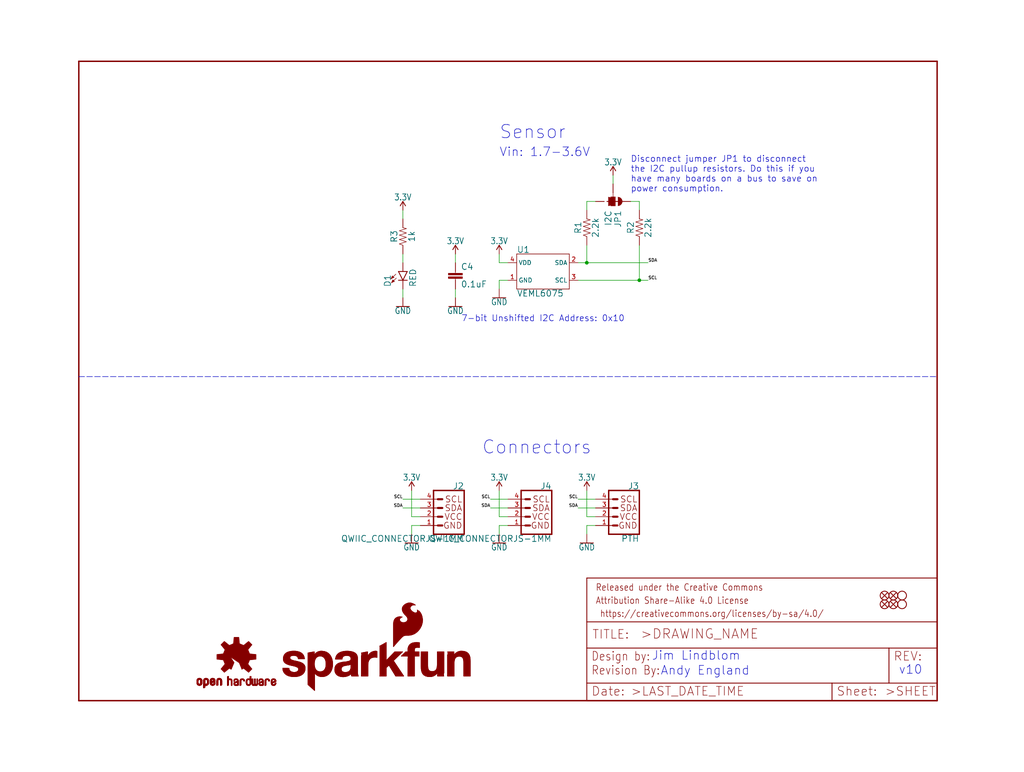
<source format=kicad_sch>
(kicad_sch (version 20211123) (generator eeschema)
  (paper "User" 297.002 223.926)
  (lib_symbols
    (symbol "schematicEagle-eagle-import:0.1UF-0603-25V-(+80{slash}-20%)"
      (property "Reference" "C" (at 1.524 2.921 0))
      (property "Value" "0.1UF-0603-25V-(+80{slash}-20%)" (at 1.524 -2.159 0))
      (symbol "0.1UF-0603-25V-(+80{slash}-20%)_1_0"
        (pin passive line (at 0 5.08 270) (length 2.54) (name "1") (number "1"))
        (pin passive line (at 0 -2.54 90) (length 2.54) (name "2") (number "2"))
      )
    )
    (symbol "schematicEagle-eagle-import:1KOHM-0603-1{slash}10W-1%"
      (property "Reference" "R" (at 0 1.524 0))
      (property "Value" "1KOHM-0603-1{slash}10W-1%" (at 0 -1.524 0))
      (symbol "1KOHM-0603-1{slash}10W-1%_1_0"
        (pin passive line (at -5.08 0 0) (length 2.54) (name "1") (number "1"))
        (pin passive line (at 5.08 0 180) (length 2.54) (name "2") (number "2"))
      )
    )
    (symbol "schematicEagle-eagle-import:2.2KOHM-0603-1{slash}10W-1%"
      (property "Reference" "R" (at 0 1.524 0))
      (property "Value" "2.2KOHM-0603-1{slash}10W-1%" (at 0 -1.524 0))
      (symbol "2.2KOHM-0603-1{slash}10W-1%_1_0"
        (pin passive line (at -5.08 0 0) (length 2.54) (name "1") (number "1"))
        (pin passive line (at 5.08 0 180) (length 2.54) (name "2") (number "2"))
      )
    )
    (symbol "schematicEagle-eagle-import:3.3V" (power)
      (property "Value" "3.3V" (at 0 2.794 0))
      (symbol "3.3V_1_0"
        (pin power_in line (at 0 0 90) (length 2.54) (name "3.3V") (number "1"))
      )
    )
    (symbol "schematicEagle-eagle-import:FIDUCIALUFIDUCIAL")
    (symbol "schematicEagle-eagle-import:FRAME-LETTER"
      (symbol "FRAME-LETTER_2_0"
        (text " https://creativecommons.org/licenses/by-sa/4.0/" (at 2.54 24.13 0) (effects (font (size 1.9304 1.6408)) (justify left bottom)))
        (text ">DRAWING_NAME" (at 15.494 17.78 0) (effects (font (size 2.7432 2.7432)) (justify left bottom)))
        (text ">LAST_DATE_TIME" (at 12.7 1.27 0) (effects (font (size 2.54 2.54)) (justify left bottom)))
        (text ">SHEET" (at 86.36 1.27 0) (effects (font (size 2.54 2.54)) (justify left bottom)))
        (text "Attribution Share-Alike 4.0 License" (at 2.54 27.94 0) (effects (font (size 1.9304 1.6408)) (justify left bottom)))
        (text "Date:" (at 1.27 1.27 0) (effects (font (size 2.54 2.54)) (justify left bottom)))
        (text "Design by:" (at 1.27 11.43 0) (effects (font (size 2.54 2.159)) (justify left bottom)))
        (text "Released under the Creative Commons" (at 2.54 31.75 0) (effects (font (size 1.9304 1.6408)) (justify left bottom)))
        (text "REV:" (at 88.9 11.43 0) (effects (font (size 2.54 2.54)) (justify left bottom)))
        (text "Sheet:" (at 72.39 1.27 0) (effects (font (size 2.54 2.54)) (justify left bottom)))
        (text "TITLE:" (at 1.524 17.78 0) (effects (font (size 2.54 2.54)) (justify left bottom)))
      )
    )
    (symbol "schematicEagle-eagle-import:GND" (power)
      (property "Value" "GND" (at 0 -0.254 0))
      (symbol "GND_1_0"
        (pin power_in line (at 0 2.54 270) (length 2.54) (name "GND") (number "1"))
      )
    )
    (symbol "schematicEagle-eagle-import:I2C_STANDARD_NO_SILK"
      (property "Reference" "J" (at -5.08 7.874 0))
      (property "Value" "I2C_STANDARD_NO_SILK" (at -5.08 -5.334 0))
      (symbol "I2C_STANDARD_NO_SILK_1_0"
        (text "GND" (at -4.572 -2.54 0) (effects (font (size 1.778 1.778)) (justify left)))
        (text "SCL" (at -4.572 5.08 0) (effects (font (size 1.778 1.778)) (justify left)))
        (text "SDA" (at -4.572 2.54 0) (effects (font (size 1.778 1.778)) (justify left)))
        (text "VCC" (at -4.572 0 0) (effects (font (size 1.778 1.778)) (justify left)))
        (pin power_in line (at 7.62 -2.54 180) (length 5.08) (name "GND") (number "1"))
        (pin power_in line (at 7.62 0 180) (length 5.08) (name "VCC") (number "2"))
        (pin passive line (at 7.62 2.54 180) (length 5.08) (name "SDA") (number "3"))
        (pin passive line (at 7.62 5.08 180) (length 5.08) (name "SCL") (number "4"))
      )
    )
    (symbol "schematicEagle-eagle-import:JUMPER-SMT_3_2-NC_TRACE_SILK"
      (property "Reference" "JP" (at 2.54 0.381 0))
      (property "Value" "JUMPER-SMT_3_2-NC_TRACE_SILK" (at 2.54 -0.381 0))
      (symbol "JUMPER-SMT_3_2-NC_TRACE_SILK_1_0"
        (pin passive line (at 0 5.08 270) (length 2.54) (name "1") (number "1"))
        (pin passive line (at -5.08 0 0) (length 2.54) (name "2") (number "2"))
        (pin passive line (at 0 -5.08 90) (length 2.54) (name "3") (number "3"))
      )
    )
    (symbol "schematicEagle-eagle-import:LED-RED0603"
      (property "Reference" "D" (at -3.429 -4.572 90))
      (property "Value" "LED-RED0603" (at 1.905 -4.572 90))
      (symbol "LED-RED0603_1_0"
        (pin passive line (at 0 2.54 270) (length 2.54) (name "A") (number "A"))
        (pin passive line (at 0 -5.08 90) (length 2.54) (name "C") (number "C"))
      )
    )
    (symbol "schematicEagle-eagle-import:OSHW-LOGOMINI")
    (symbol "schematicEagle-eagle-import:QWIIC_CONNECTORJS-1MM"
      (property "Reference" "J" (at -5.08 7.874 0))
      (property "Value" "QWIIC_CONNECTORJS-1MM" (at -5.08 -5.334 0))
      (symbol "QWIIC_CONNECTORJS-1MM_1_0"
        (text "GND" (at -4.572 -2.54 0) (effects (font (size 1.778 1.778)) (justify left)))
        (text "SCL" (at -4.572 5.08 0) (effects (font (size 1.778 1.778)) (justify left)))
        (text "SDA" (at -4.572 2.54 0) (effects (font (size 1.778 1.778)) (justify left)))
        (text "VCC" (at -4.572 0 0) (effects (font (size 1.778 1.778)) (justify left)))
        (pin power_in line (at 7.62 -2.54 180) (length 5.08) (name "1") (number "1"))
        (pin power_in line (at 7.62 0 180) (length 5.08) (name "2") (number "2"))
        (pin passive line (at 7.62 2.54 180) (length 5.08) (name "3") (number "3"))
        (pin passive line (at 7.62 5.08 180) (length 5.08) (name "4") (number "4"))
      )
    )
    (symbol "schematicEagle-eagle-import:REVISION"
      (symbol "REVISION_1_0"
        (text "Revision By: " (at 0 0 0) (effects (font (size 2.54 2.159)) (justify left bottom)))
      )
    )
    (symbol "schematicEagle-eagle-import:SFE_LOGO_NAME_FLAME.1_INCH")
    (symbol "schematicEagle-eagle-import:STAND-OFF")
    (symbol "schematicEagle-eagle-import:VEML6075"
      (property "Reference" "U" (at -7.62 5.334 0))
      (property "Value" "VEML6075" (at -7.62 -5.334 0))
      (symbol "VEML6075_1_0"
        (pin bidirectional line (at -10.16 -2.54 0) (length 2.54) (name "GND") (number "1"))
        (pin bidirectional line (at 10.16 2.54 180) (length 2.54) (name "SDA") (number "2"))
        (pin bidirectional line (at 10.16 -2.54 180) (length 2.54) (name "SCL") (number "3"))
        (pin bidirectional line (at -10.16 2.54 0) (length 2.54) (name "VDD") (number "4"))
      )
    )
  )
  (junction (at 170.18 76.2))
  (junction (at 185.42 81.28))
  (wire (pts (xy 167.64 76.2) (xy 170.18 76.2)))
  (wire (pts (xy 147.32 144.78) (xy 142.24 144.78)))
  (wire (pts (xy 170.18 76.2) (xy 170.18 71.12)))
  (wire (pts (xy 116.84 76.2) (xy 116.84 73.66)))
  (wire (pts (xy 119.38 152.4) (xy 119.38 154.94)))
  (wire (pts (xy 185.42 58.42) (xy 185.42 60.96)))
  (wire (pts (xy 144.78 81.28) (xy 144.78 83.82)))
  (wire (pts (xy 170.18 152.4) (xy 170.18 154.94)))
  (wire (pts (xy 147.32 147.32) (xy 142.24 147.32)))
  (wire (pts (xy 170.18 76.2) (xy 187.96 76.2)))
  (wire (pts (xy 172.72 144.78) (xy 167.64 144.78)))
  (wire (pts (xy 116.84 63.5) (xy 116.84 60.96)))
  (wire (pts (xy 172.72 149.86) (xy 170.18 149.86)))
  (wire (pts (xy 185.42 81.28) (xy 185.42 71.12)))
  (wire (pts (xy 147.32 152.4) (xy 144.78 152.4)))
  (wire (pts (xy 147.32 149.86) (xy 144.78 149.86)))
  (wire (pts (xy 170.18 149.86) (xy 170.18 142.24)))
  (wire (pts (xy 132.08 86.36) (xy 132.08 83.82)))
  (wire (pts (xy 116.84 86.36) (xy 116.84 83.82)))
  (wire (pts (xy 185.42 81.28) (xy 187.96 81.28)))
  (wire (pts (xy 121.92 149.86) (xy 119.38 149.86)))
  (wire (pts (xy 144.78 152.4) (xy 144.78 154.94)))
  (wire (pts (xy 119.38 149.86) (xy 119.38 142.24)))
  (wire (pts (xy 147.32 76.2) (xy 144.78 76.2)))
  (polyline (pts (xy 22.86 109.22) (xy 271.78 109.22)))
  (wire (pts (xy 172.72 147.32) (xy 167.64 147.32)))
  (wire (pts (xy 121.92 152.4) (xy 119.38 152.4)))
  (wire (pts (xy 144.78 149.86) (xy 144.78 142.24)))
  (wire (pts (xy 170.18 60.96) (xy 170.18 58.42)))
  (wire (pts (xy 182.88 58.42) (xy 185.42 58.42)))
  (wire (pts (xy 177.8 53.34) (xy 177.8 50.8)))
  (wire (pts (xy 132.08 76.2) (xy 132.08 73.66)))
  (wire (pts (xy 144.78 76.2) (xy 144.78 73.66)))
  (wire (pts (xy 121.92 147.32) (xy 116.84 147.32)))
  (wire (pts (xy 172.72 152.4) (xy 170.18 152.4)))
  (wire (pts (xy 167.64 81.28) (xy 185.42 81.28)))
  (wire (pts (xy 147.32 81.28) (xy 144.78 81.28)))
  (wire (pts (xy 170.18 58.42) (xy 172.72 58.42)))
  (wire (pts (xy 121.92 144.78) (xy 116.84 144.78)))
  (text "Jim Lindblom" (at 188.976 191.77 180) (effects (font (size 2.54 2.54)) (justify left bottom)))
  (text "Vin: 1.7-3.6V" (at 144.78 45.72 180) (effects (font (size 2.54 2.54)) (justify left bottom)))
  (text "Sensor" (at 144.78 40.64 180) (effects (font (size 3.81 3.81)) (justify left bottom)))
  (text "Disconnect jumper JP1 to disconnect\nthe I2C pullup resistors. Do this if you\nhave many boards on a bus to save on\npower consumption." (at 182.88 55.88 0) (effects (font (size 1.778 1.778)) (justify left bottom)))
  (text "v10" (at 260.604 195.834 180) (effects (font (size 2.54 2.54)) (justify left bottom)))
  (text "7-bit Unshifted I2C Address: 0x10" (at 157.48 91.44 180) (effects (font (size 1.778 1.778)) (justify top)))
  (text "Connectors" (at 139.7 132.08 180) (effects (font (size 3.81 3.81)) (justify left bottom)))
  (text "Andy England" (at 191.516 196.088 180) (effects (font (size 2.54 2.54)) (justify left bottom)))
  (label "SDA" (at 167.64 147.32 180) (effects (font (size 0.889 0.889))))
  (label "SCL" (at 116.84 144.78 180) (effects (font (size 0.889 0.889))))
  (label "SDA" (at 116.84 147.32 180) (effects (font (size 0.889 0.889))))
  (label "SCL" (at 167.64 144.78 180) (effects (font (size 0.889 0.889))))
  (label "SCL" (at 187.96 81.28 0) (effects (font (size 0.889 0.889))))
  (label "SDA" (at 142.24 147.32 180) (effects (font (size 0.889 0.889))))
  (label "SDA" (at 187.96 76.2 0) (effects (font (size 0.889 0.889))))
  (label "SCL" (at 142.24 144.78 180) (effects (font (size 0.889 0.889))))
  (symbol (lib_id "schematicEagle-eagle-import:GND") (at 116.84 88.9 0) (unit 1)
    (property "Reference" "#GND3" (effects hide))
    (property "Value" "GND" (at 116.84 89.154 0) (effects (font (size 1.778 1.5113)) (justify top)))
    (property "Footprint" "schematicEagle:" (effects hide))
  )
  (symbol (lib_id "schematicEagle-eagle-import:FIDUCIALUFIDUCIAL") (at 256.54 175.26 0) (unit 1)
    (property "Reference" "JP7" (effects hide))
    (property "Value" "FIDUCIALUFIDUCIAL" (effects hide))
    (property "Footprint" "schematicEagle:MICRO-FIDUCIAL" (effects hide))
  )
  (symbol (lib_id "schematicEagle-eagle-import:I2C_STANDARD_NO_SILK") (at 180.34 149.86 0) (mirror y) (unit 1)
    (property "Reference" "J3" (at 185.42 141.986 0) (effects (font (size 1.778 1.778)) (justify left bottom)))
    (property "Value" "PTH" (at 185.42 155.194 0) (effects (font (size 1.778 1.778)) (justify left top)))
    (property "Footprint" "schematicEagle:1X04_NO_SILK" (effects hide))
  )
  (symbol (lib_id "schematicEagle-eagle-import:STAND-OFF") (at 261.62 172.72 0) (unit 1)
    (property "Reference" "JP3" (effects hide))
    (property "Value" "STAND-OFF" (effects hide))
    (property "Footprint" "schematicEagle:STAND-OFF" (effects hide))
  )
  (symbol (lib_id "schematicEagle-eagle-import:1KOHM-0603-1{slash}10W-1%") (at 116.84 68.58 90) (unit 1)
    (property "Reference" "R3" (at 115.316 68.58 0) (effects (font (size 1.778 1.778)) (justify bottom)))
    (property "Value" "1k" (at 118.364 68.58 0) (effects (font (size 1.778 1.778)) (justify top)))
    (property "Footprint" "schematicEagle:0603" (effects hide))
  )
  (symbol (lib_id "schematicEagle-eagle-import:3.3V") (at 119.38 142.24 0) (unit 1)
    (property "Reference" "#SUPPLY4" (effects hide))
    (property "Value" "3.3V" (at 119.38 139.446 0) (effects (font (size 1.778 1.5113)) (justify bottom)))
    (property "Footprint" "schematicEagle:" (effects hide))
  )
  (symbol (lib_id "schematicEagle-eagle-import:SFE_LOGO_NAME_FLAME.1_INCH") (at 81.28 200.66 0) (unit 1)
    (property "Reference" "U$2" (effects hide))
    (property "Value" "SFE_LOGO_NAME_FLAME.1_INCH" (effects hide))
    (property "Footprint" "schematicEagle:SFE_LOGO_NAME_FLAME_.1" (effects hide))
  )
  (symbol (lib_id "schematicEagle-eagle-import:FIDUCIALUFIDUCIAL") (at 259.08 175.26 0) (unit 1)
    (property "Reference" "JP5" (effects hide))
    (property "Value" "FIDUCIALUFIDUCIAL" (effects hide))
    (property "Footprint" "schematicEagle:MICRO-FIDUCIAL" (effects hide))
  )
  (symbol (lib_id "schematicEagle-eagle-import:LED-RED0603") (at 116.84 78.74 0) (unit 1)
    (property "Reference" "D1" (at 113.411 83.312 90) (effects (font (size 1.778 1.778)) (justify left bottom)))
    (property "Value" "RED" (at 118.745 83.312 90) (effects (font (size 1.778 1.778)) (justify left top)))
    (property "Footprint" "schematicEagle:LED-0603" (effects hide))
  )
  (symbol (lib_id "schematicEagle-eagle-import:SFE_LOGO_NAME_FLAME.1_INCH") (at 81.28 200.66 0) (unit 1)
    (property "Reference" "U$1" (effects hide))
    (property "Value" "SFE_LOGO_NAME_FLAME.1_INCH" (effects hide))
    (property "Footprint" "schematicEagle:SFE_LOGO_NAME_FLAME_.1" (effects hide))
  )
  (symbol (lib_id "schematicEagle-eagle-import:QWIIC_CONNECTORJS-1MM") (at 129.54 149.86 0) (mirror y) (unit 1)
    (property "Reference" "J2" (at 134.62 141.986 0) (effects (font (size 1.778 1.778)) (justify left bottom)))
    (property "Value" "QWIIC_CONNECTORJS-1MM" (at 134.62 155.194 0) (effects (font (size 1.778 1.778)) (justify left top)))
    (property "Footprint" "schematicEagle:1X04_1MM_RA" (effects hide))
  )
  (symbol (lib_id "schematicEagle-eagle-import:FRAME-LETTER") (at 170.18 203.2 0) (unit 2)
    (property "Reference" "FRAME1" (effects hide))
    (property "Value" "FRAME-LETTER" (effects hide))
    (property "Footprint" "schematicEagle:CREATIVE_COMMONS" (effects hide))
  )
  (symbol (lib_id "schematicEagle-eagle-import:GND") (at 119.38 157.48 0) (unit 1)
    (property "Reference" "#GND6" (effects hide))
    (property "Value" "GND" (at 119.38 157.734 0) (effects (font (size 1.778 1.5113)) (justify top)))
    (property "Footprint" "schematicEagle:" (effects hide))
  )
  (symbol (lib_id "schematicEagle-eagle-import:0.1UF-0603-25V-(+80{slash}-20%)") (at 132.08 81.28 0) (unit 1)
    (property "Reference" "C4" (at 133.604 78.359 0) (effects (font (size 1.778 1.778)) (justify left bottom)))
    (property "Value" "0.1uF" (at 133.604 83.439 0) (effects (font (size 1.778 1.778)) (justify left bottom)))
    (property "Footprint" "schematicEagle:0603" (effects hide))
  )
  (symbol (lib_id "schematicEagle-eagle-import:FIDUCIALUFIDUCIAL") (at 259.08 172.72 0) (unit 1)
    (property "Reference" "JP6" (effects hide))
    (property "Value" "FIDUCIALUFIDUCIAL" (effects hide))
    (property "Footprint" "schematicEagle:MICRO-FIDUCIAL" (effects hide))
  )
  (symbol (lib_id "schematicEagle-eagle-import:GND") (at 144.78 157.48 0) (unit 1)
    (property "Reference" "#GND8" (effects hide))
    (property "Value" "GND" (at 144.78 157.734 0) (effects (font (size 1.778 1.5113)) (justify top)))
    (property "Footprint" "schematicEagle:" (effects hide))
  )
  (symbol (lib_id "schematicEagle-eagle-import:3.3V") (at 144.78 142.24 0) (unit 1)
    (property "Reference" "#SUPPLY8" (effects hide))
    (property "Value" "3.3V" (at 144.78 139.446 0) (effects (font (size 1.778 1.5113)) (justify bottom)))
    (property "Footprint" "schematicEagle:" (effects hide))
  )
  (symbol (lib_id "schematicEagle-eagle-import:JUMPER-SMT_3_2-NC_TRACE_SILK") (at 177.8 58.42 270) (unit 1)
    (property "Reference" "JP1" (at 178.181 60.96 0) (effects (font (size 1.778 1.778)) (justify left bottom)))
    (property "Value" "I2C" (at 177.419 60.96 0) (effects (font (size 1.778 1.778)) (justify left top)))
    (property "Footprint" "schematicEagle:SMT-JUMPER_3_2-NC_TRACE_SILK" (effects hide))
  )
  (symbol (lib_id "schematicEagle-eagle-import:2.2KOHM-0603-1{slash}10W-1%") (at 185.42 66.04 90) (unit 1)
    (property "Reference" "R2" (at 183.896 66.04 0) (effects (font (size 1.778 1.778)) (justify bottom)))
    (property "Value" "2.2k" (at 186.944 66.04 0) (effects (font (size 1.778 1.778)) (justify top)))
    (property "Footprint" "schematicEagle:0603" (effects hide))
  )
  (symbol (lib_id "schematicEagle-eagle-import:FIDUCIALUFIDUCIAL") (at 256.54 172.72 0) (unit 1)
    (property "Reference" "JP2" (effects hide))
    (property "Value" "FIDUCIALUFIDUCIAL" (effects hide))
    (property "Footprint" "schematicEagle:MICRO-FIDUCIAL" (effects hide))
  )
  (symbol (lib_id "schematicEagle-eagle-import:3.3V") (at 170.18 142.24 0) (unit 1)
    (property "Reference" "#SUPPLY7" (effects hide))
    (property "Value" "3.3V" (at 170.18 139.446 0) (effects (font (size 1.778 1.5113)) (justify bottom)))
    (property "Footprint" "schematicEagle:" (effects hide))
  )
  (symbol (lib_id "schematicEagle-eagle-import:GND") (at 170.18 157.48 0) (unit 1)
    (property "Reference" "#GND7" (effects hide))
    (property "Value" "GND" (at 170.18 157.734 0) (effects (font (size 1.778 1.5113)) (justify top)))
    (property "Footprint" "schematicEagle:" (effects hide))
  )
  (symbol (lib_id "schematicEagle-eagle-import:GND") (at 132.08 88.9 0) (unit 1)
    (property "Reference" "#GND1" (effects hide))
    (property "Value" "GND" (at 132.08 89.154 0) (effects (font (size 1.778 1.5113)) (justify top)))
    (property "Footprint" "schematicEagle:" (effects hide))
  )
  (symbol (lib_id "schematicEagle-eagle-import:3.3V") (at 132.08 73.66 0) (unit 1)
    (property "Reference" "#SUPPLY9" (effects hide))
    (property "Value" "3.3V" (at 132.08 70.866 0) (effects (font (size 1.778 1.5113)) (justify bottom)))
    (property "Footprint" "schematicEagle:" (effects hide))
  )
  (symbol (lib_id "schematicEagle-eagle-import:OSHW-LOGOMINI") (at 68.58 190.5 0) (unit 1)
    (property "Reference" "LOGO1" (effects hide))
    (property "Value" "OSHW-LOGOMINI" (effects hide))
    (property "Footprint" "schematicEagle:OSHW-LOGO-MINI" (effects hide))
  )
  (symbol (lib_id "schematicEagle-eagle-import:FRAME-LETTER") (at 22.86 203.2 0) (unit 1)
    (property "Reference" "FRAME1" (effects hide))
    (property "Value" "FRAME-LETTER" (effects hide))
    (property "Footprint" "schematicEagle:CREATIVE_COMMONS" (effects hide))
  )
  (symbol (lib_id "schematicEagle-eagle-import:3.3V") (at 116.84 60.96 0) (unit 1)
    (property "Reference" "#SUPPLY10" (effects hide))
    (property "Value" "3.3V" (at 116.84 58.166 0) (effects (font (size 1.778 1.5113)) (justify bottom)))
    (property "Footprint" "schematicEagle:" (effects hide))
  )
  (symbol (lib_id "schematicEagle-eagle-import:2.2KOHM-0603-1{slash}10W-1%") (at 170.18 66.04 90) (unit 1)
    (property "Reference" "R1" (at 168.656 66.04 0) (effects (font (size 1.778 1.778)) (justify bottom)))
    (property "Value" "2.2k" (at 171.704 66.04 0) (effects (font (size 1.778 1.778)) (justify top)))
    (property "Footprint" "schematicEagle:0603" (effects hide))
  )
  (symbol (lib_id "schematicEagle-eagle-import:REVISION") (at 171.45 195.834 0) (unit 1)
    (property "Reference" "LOGO2" (effects hide))
    (property "Value" "REVISION" (effects hide))
    (property "Footprint" "schematicEagle:REVISION" (effects hide))
  )
  (symbol (lib_id "schematicEagle-eagle-import:3.3V") (at 177.8 50.8 0) (unit 1)
    (property "Reference" "#SUPPLY2" (effects hide))
    (property "Value" "3.3V" (at 177.8 48.006 0) (effects (font (size 1.778 1.5113)) (justify bottom)))
    (property "Footprint" "schematicEagle:" (effects hide))
  )
  (symbol (lib_id "schematicEagle-eagle-import:QWIIC_CONNECTORJS-1MM") (at 154.94 149.86 0) (mirror y) (unit 1)
    (property "Reference" "J4" (at 160.02 141.986 0) (effects (font (size 1.778 1.778)) (justify left bottom)))
    (property "Value" "QWIIC_CONNECTORJS-1MM" (at 160.02 155.194 0) (effects (font (size 1.778 1.778)) (justify left top)))
    (property "Footprint" "schematicEagle:1X04_1MM_RA" (effects hide))
  )
  (symbol (lib_id "schematicEagle-eagle-import:VEML6075") (at 157.48 78.74 0) (unit 1)
    (property "Reference" "U1" (at 149.86 73.406 0) (effects (font (size 1.778 1.778)) (justify left bottom)))
    (property "Value" "VEML6075" (at 149.86 84.074 0) (effects (font (size 1.778 1.778)) (justify left top)))
    (property "Footprint" "schematicEagle:VEML6075_A3OP" (effects hide))
  )
  (symbol (lib_id "schematicEagle-eagle-import:GND") (at 144.78 86.36 0) (unit 1)
    (property "Reference" "#GND2" (effects hide))
    (property "Value" "GND" (at 144.78 86.614 0) (effects (font (size 1.778 1.5113)) (justify top)))
    (property "Footprint" "schematicEagle:" (effects hide))
  )
  (symbol (lib_id "schematicEagle-eagle-import:3.3V") (at 144.78 73.66 0) (unit 1)
    (property "Reference" "#SUPPLY1" (effects hide))
    (property "Value" "3.3V" (at 144.78 70.866 0) (effects (font (size 1.778 1.5113)) (justify bottom)))
    (property "Footprint" "schematicEagle:" (effects hide))
  )
  (symbol (lib_id "schematicEagle-eagle-import:STAND-OFF") (at 261.62 175.26 0) (unit 1)
    (property "Reference" "JP4" (effects hide))
    (property "Value" "STAND-OFF" (effects hide))
    (property "Footprint" "schematicEagle:STAND-OFF" (effects hide))
  )
)
</source>
